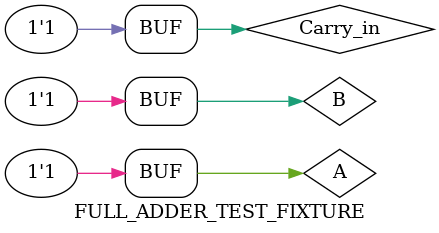
<source format=v>
`timescale 1ns / 1ps

module FULL_ADDER_TEST_FIXTURE;

	// Inputs
	reg A;
	reg B;
	reg Carry_in;

	// Outputs
	wire Sum;
	wire Carry_out;

	// Instantiate the Unit Under Test (UUT)
	FULL_ADDER uut (
		.Sum(Sum), 
		.Carry_out(Carry_out), 
		.A(A), 
		.B(B), 
		.Carry_in(Carry_in)
	);

	initial begin
		// Initialize Inputs
		A = 0;
		B = 0;
		Carry_in = 0;
		#100;		//Wait for 100ns

		A = 1;
		#100		//Wait for 100ns

		A = 0;
		B = 1;
		#100;		//Wait for 100ns

		B = 0;
		Carry_in = 1;
		#100;		//Wait for 100ns

		A = 1;
		B = 1;
		Carry_in = 0;
		#100;		//Wait for 100ns

		A = 0;
		B = 1;
		Carry_in = 1;
		#100;		//Wait for 100ns

		A = 1;
		B = 0;
		Carry_in = 1;
		#100;		//Wait for 100ns

		A = 1;
		B = 1;
		Carry_in = 1;
		#100;		//Wait for 100ns


	end
      
endmodule


</source>
